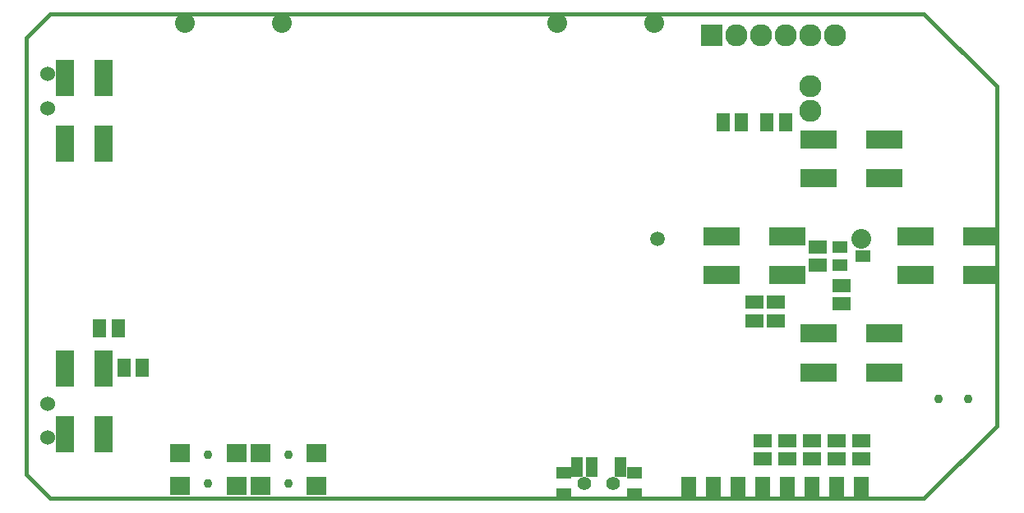
<source format=gbs>
G04 (created by PCBNEW-RS274X (2012-05-21 BZR 3261)-stable) date Wed 26 Sep 2012 20:51:20 BST*
G01*
G70*
G90*
%MOIN*%
G04 Gerber Fmt 3.4, Leading zero omitted, Abs format*
%FSLAX34Y34*%
G04 APERTURE LIST*
%ADD10C,0.006000*%
%ADD11C,0.015000*%
%ADD12R,0.059000X0.048000*%
%ADD13R,0.075000X0.055000*%
%ADD14R,0.055000X0.075000*%
%ADD15C,0.090000*%
%ADD16R,0.090000X0.090000*%
%ADD17C,0.080000*%
%ADD18R,0.075000X0.146000*%
%ADD19R,0.146000X0.075000*%
%ADD20R,0.064300X0.080000*%
%ADD21C,0.060000*%
%ADD22C,0.055400*%
%ADD23R,0.059400X0.051500*%
%ADD24R,0.047600X0.079100*%
%ADD25C,0.059400*%
%ADD26C,0.036200*%
%ADD27R,0.079100X0.075100*%
G04 APERTURE END LIST*
G54D10*
G54D11*
X39369Y16733D02*
X39370Y16733D01*
X36417Y19685D02*
X39369Y16733D01*
X00984Y19685D02*
X00000Y18701D01*
X36417Y19685D02*
X00984Y19685D01*
X36417Y00000D02*
X39370Y02953D01*
X00000Y00984D02*
X00000Y00985D01*
X00984Y00000D02*
X00000Y00984D01*
X36417Y00000D02*
X00984Y00000D01*
X00000Y18701D02*
X00000Y00985D01*
X39370Y16733D02*
X39370Y02953D01*
G54D12*
X33937Y09843D03*
X32993Y09469D03*
X32993Y10217D03*
G54D13*
X29528Y07204D03*
X29528Y07954D03*
X30413Y07954D03*
X30413Y07204D03*
X29880Y02338D03*
X29880Y01588D03*
X30880Y02338D03*
X30880Y01588D03*
X31880Y02338D03*
X31880Y01588D03*
X32880Y02338D03*
X32880Y01588D03*
X33880Y02338D03*
X33880Y01588D03*
G54D14*
X03956Y05315D03*
X04706Y05315D03*
X29017Y15256D03*
X28267Y15256D03*
G54D13*
X33071Y07893D03*
X33071Y08643D03*
X32087Y10218D03*
X32087Y09468D03*
G54D15*
X31791Y15741D03*
X31791Y16741D03*
G54D16*
X27815Y18800D03*
G54D15*
X28815Y18800D03*
X29815Y18800D03*
X30815Y18800D03*
X31815Y18800D03*
X32815Y18800D03*
G54D17*
X21524Y19292D03*
X25461Y19292D03*
X10366Y19292D03*
X06429Y19292D03*
G54D14*
X02972Y06890D03*
X03722Y06890D03*
X30038Y15256D03*
X30788Y15256D03*
G54D18*
X03149Y02598D03*
X03149Y05276D03*
X01575Y05276D03*
X01575Y02598D03*
G54D19*
X28189Y09056D03*
X30867Y09056D03*
X30867Y10630D03*
X28189Y10630D03*
X36063Y09056D03*
X38741Y09056D03*
X38741Y10630D03*
X36063Y10630D03*
X32126Y12993D03*
X34804Y12993D03*
X34804Y14567D03*
X32126Y14567D03*
X32126Y05119D03*
X34804Y05119D03*
X34804Y06693D03*
X32126Y06693D03*
G54D18*
X01575Y17087D03*
X01575Y14409D03*
X03149Y14409D03*
X03149Y17087D03*
G54D20*
X26880Y00463D03*
X27880Y00463D03*
X28880Y00463D03*
X29880Y00463D03*
X30880Y00463D03*
X31880Y00463D03*
X32880Y00463D03*
X33880Y00463D03*
G54D21*
X00886Y03839D03*
X00886Y02461D03*
X00886Y17225D03*
X00886Y15847D03*
G54D22*
X22637Y00591D03*
X23819Y00591D03*
G54D23*
X24665Y00158D03*
X24665Y01024D03*
X21791Y01024D03*
X21791Y00158D03*
G54D24*
X24114Y01280D03*
X22933Y01280D03*
X22342Y01280D03*
G54D25*
X25589Y10532D03*
G54D17*
X33858Y10532D03*
G54D26*
X37008Y04036D03*
X38190Y04036D03*
G54D27*
X09488Y01851D03*
X09488Y00513D03*
X11772Y01851D03*
X11772Y00513D03*
G54D26*
X10630Y01773D03*
X10630Y00591D03*
G54D27*
X06240Y01851D03*
X06240Y00513D03*
X08524Y01851D03*
X08524Y00513D03*
G54D26*
X07382Y01773D03*
X07382Y00591D03*
M02*

</source>
